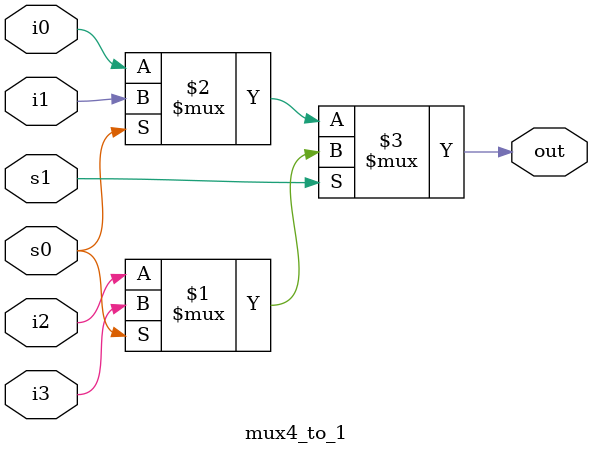
<source format=v>
`timescale 1ns / 1ps


module mux4_to_1(i0, i1, i2, i3, s0, s1, out);
input i0;
input i1;
input i2;
input i3;
input s0;
input s1;

output out;

assign out = s1 ? (s0 ? i3 : i2) : (s0 ? i1 : i0);

endmodule

</source>
